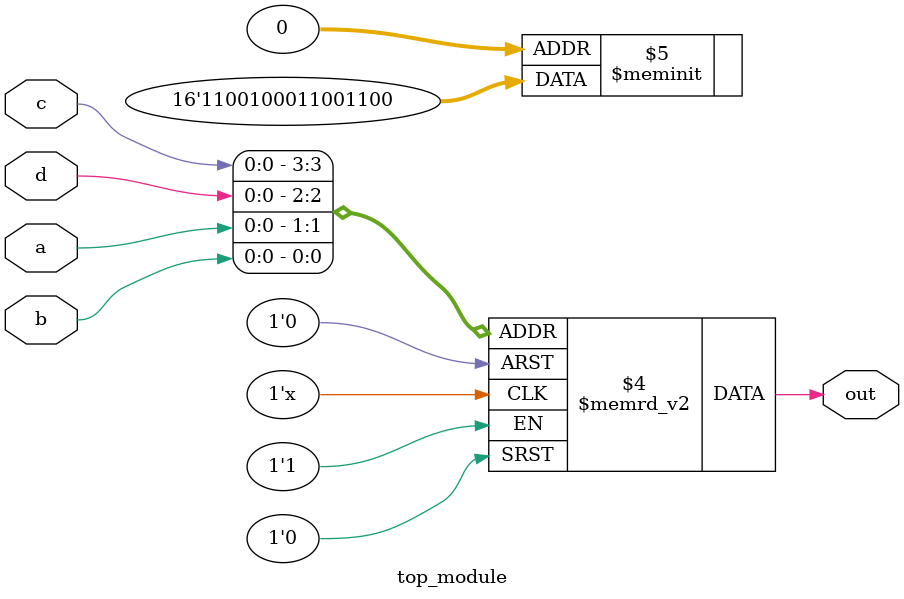
<source format=sv>
module top_module (
    input a, 
    input b,
    input c,
    input d,
    output reg out
);

always @(*) begin
    case ({c, d, a, b})
        4'b0011: out = 1;
        4'b0000: out = 0;
        4'b0010: out = 1;
        4'b0110: out = 1;
        4'b0111: out = 1;
        4'b1011: out = 1;
        4'b1111: out = 1;
        4'b1110: out = 1;
        default: out = 0;
    endcase
end

endmodule

</source>
